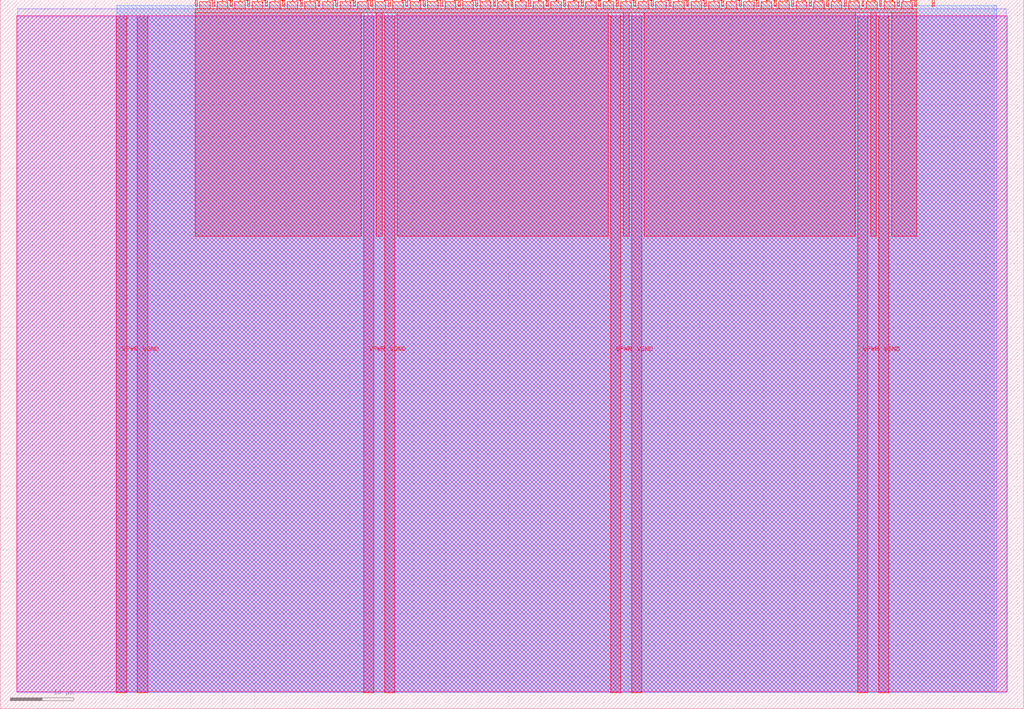
<source format=lef>
VERSION 5.7 ;
  NOWIREEXTENSIONATPIN ON ;
  DIVIDERCHAR "/" ;
  BUSBITCHARS "[]" ;
MACRO tt_um_led_matrix_driver
  CLASS BLOCK ;
  FOREIGN tt_um_led_matrix_driver ;
  ORIGIN 0.000 0.000 ;
  SIZE 161.000 BY 111.520 ;
  PIN VGND
    DIRECTION INOUT ;
    USE GROUND ;
    PORT
      LAYER met4 ;
        RECT 21.580 2.480 23.180 109.040 ;
    END
    PORT
      LAYER met4 ;
        RECT 60.450 2.480 62.050 109.040 ;
    END
    PORT
      LAYER met4 ;
        RECT 99.320 2.480 100.920 109.040 ;
    END
    PORT
      LAYER met4 ;
        RECT 138.190 2.480 139.790 109.040 ;
    END
  END VGND
  PIN VPWR
    DIRECTION INOUT ;
    USE POWER ;
    PORT
      LAYER met4 ;
        RECT 18.280 2.480 19.880 109.040 ;
    END
    PORT
      LAYER met4 ;
        RECT 57.150 2.480 58.750 109.040 ;
    END
    PORT
      LAYER met4 ;
        RECT 96.020 2.480 97.620 109.040 ;
    END
    PORT
      LAYER met4 ;
        RECT 134.890 2.480 136.490 109.040 ;
    END
  END VPWR
  PIN clk
    DIRECTION INPUT ;
    USE SIGNAL ;
    ANTENNAGATEAREA 0.852000 ;
    PORT
      LAYER met4 ;
        RECT 143.830 110.520 144.130 111.520 ;
    END
  END clk
  PIN ena
    DIRECTION INPUT ;
    USE SIGNAL ;
    PORT
      LAYER met4 ;
        RECT 146.590 110.520 146.890 111.520 ;
    END
  END ena
  PIN rst_n
    DIRECTION INPUT ;
    USE SIGNAL ;
    ANTENNAGATEAREA 0.196500 ;
    PORT
      LAYER met4 ;
        RECT 141.070 110.520 141.370 111.520 ;
    END
  END rst_n
  PIN ui_in[0]
    DIRECTION INPUT ;
    USE SIGNAL ;
    ANTENNAGATEAREA 0.196500 ;
    PORT
      LAYER met4 ;
        RECT 138.310 110.520 138.610 111.520 ;
    END
  END ui_in[0]
  PIN ui_in[1]
    DIRECTION INPUT ;
    USE SIGNAL ;
    ANTENNAGATEAREA 0.196500 ;
    PORT
      LAYER met4 ;
        RECT 135.550 110.520 135.850 111.520 ;
    END
  END ui_in[1]
  PIN ui_in[2]
    DIRECTION INPUT ;
    USE SIGNAL ;
    ANTENNAGATEAREA 0.196500 ;
    PORT
      LAYER met4 ;
        RECT 132.790 110.520 133.090 111.520 ;
    END
  END ui_in[2]
  PIN ui_in[3]
    DIRECTION INPUT ;
    USE SIGNAL ;
    PORT
      LAYER met4 ;
        RECT 130.030 110.520 130.330 111.520 ;
    END
  END ui_in[3]
  PIN ui_in[4]
    DIRECTION INPUT ;
    USE SIGNAL ;
    PORT
      LAYER met4 ;
        RECT 127.270 110.520 127.570 111.520 ;
    END
  END ui_in[4]
  PIN ui_in[5]
    DIRECTION INPUT ;
    USE SIGNAL ;
    PORT
      LAYER met4 ;
        RECT 124.510 110.520 124.810 111.520 ;
    END
  END ui_in[5]
  PIN ui_in[6]
    DIRECTION INPUT ;
    USE SIGNAL ;
    PORT
      LAYER met4 ;
        RECT 121.750 110.520 122.050 111.520 ;
    END
  END ui_in[6]
  PIN ui_in[7]
    DIRECTION INPUT ;
    USE SIGNAL ;
    PORT
      LAYER met4 ;
        RECT 118.990 110.520 119.290 111.520 ;
    END
  END ui_in[7]
  PIN uio_in[0]
    DIRECTION INPUT ;
    USE SIGNAL ;
    PORT
      LAYER met4 ;
        RECT 116.230 110.520 116.530 111.520 ;
    END
  END uio_in[0]
  PIN uio_in[1]
    DIRECTION INPUT ;
    USE SIGNAL ;
    PORT
      LAYER met4 ;
        RECT 113.470 110.520 113.770 111.520 ;
    END
  END uio_in[1]
  PIN uio_in[2]
    DIRECTION INPUT ;
    USE SIGNAL ;
    PORT
      LAYER met4 ;
        RECT 110.710 110.520 111.010 111.520 ;
    END
  END uio_in[2]
  PIN uio_in[3]
    DIRECTION INPUT ;
    USE SIGNAL ;
    PORT
      LAYER met4 ;
        RECT 107.950 110.520 108.250 111.520 ;
    END
  END uio_in[3]
  PIN uio_in[4]
    DIRECTION INPUT ;
    USE SIGNAL ;
    PORT
      LAYER met4 ;
        RECT 105.190 110.520 105.490 111.520 ;
    END
  END uio_in[4]
  PIN uio_in[5]
    DIRECTION INPUT ;
    USE SIGNAL ;
    PORT
      LAYER met4 ;
        RECT 102.430 110.520 102.730 111.520 ;
    END
  END uio_in[5]
  PIN uio_in[6]
    DIRECTION INPUT ;
    USE SIGNAL ;
    PORT
      LAYER met4 ;
        RECT 99.670 110.520 99.970 111.520 ;
    END
  END uio_in[6]
  PIN uio_in[7]
    DIRECTION INPUT ;
    USE SIGNAL ;
    PORT
      LAYER met4 ;
        RECT 96.910 110.520 97.210 111.520 ;
    END
  END uio_in[7]
  PIN uio_oe[0]
    DIRECTION OUTPUT ;
    USE SIGNAL ;
    PORT
      LAYER met4 ;
        RECT 49.990 110.520 50.290 111.520 ;
    END
  END uio_oe[0]
  PIN uio_oe[1]
    DIRECTION OUTPUT ;
    USE SIGNAL ;
    PORT
      LAYER met4 ;
        RECT 47.230 110.520 47.530 111.520 ;
    END
  END uio_oe[1]
  PIN uio_oe[2]
    DIRECTION OUTPUT ;
    USE SIGNAL ;
    PORT
      LAYER met4 ;
        RECT 44.470 110.520 44.770 111.520 ;
    END
  END uio_oe[2]
  PIN uio_oe[3]
    DIRECTION OUTPUT ;
    USE SIGNAL ;
    PORT
      LAYER met4 ;
        RECT 41.710 110.520 42.010 111.520 ;
    END
  END uio_oe[3]
  PIN uio_oe[4]
    DIRECTION OUTPUT ;
    USE SIGNAL ;
    PORT
      LAYER met4 ;
        RECT 38.950 110.520 39.250 111.520 ;
    END
  END uio_oe[4]
  PIN uio_oe[5]
    DIRECTION OUTPUT ;
    USE SIGNAL ;
    PORT
      LAYER met4 ;
        RECT 36.190 110.520 36.490 111.520 ;
    END
  END uio_oe[5]
  PIN uio_oe[6]
    DIRECTION OUTPUT ;
    USE SIGNAL ;
    PORT
      LAYER met4 ;
        RECT 33.430 110.520 33.730 111.520 ;
    END
  END uio_oe[6]
  PIN uio_oe[7]
    DIRECTION OUTPUT ;
    USE SIGNAL ;
    PORT
      LAYER met4 ;
        RECT 30.670 110.520 30.970 111.520 ;
    END
  END uio_oe[7]
  PIN uio_out[0]
    DIRECTION OUTPUT ;
    USE SIGNAL ;
    PORT
      LAYER met4 ;
        RECT 72.070 110.520 72.370 111.520 ;
    END
  END uio_out[0]
  PIN uio_out[1]
    DIRECTION OUTPUT ;
    USE SIGNAL ;
    PORT
      LAYER met4 ;
        RECT 69.310 110.520 69.610 111.520 ;
    END
  END uio_out[1]
  PIN uio_out[2]
    DIRECTION OUTPUT ;
    USE SIGNAL ;
    PORT
      LAYER met4 ;
        RECT 66.550 110.520 66.850 111.520 ;
    END
  END uio_out[2]
  PIN uio_out[3]
    DIRECTION OUTPUT ;
    USE SIGNAL ;
    PORT
      LAYER met4 ;
        RECT 63.790 110.520 64.090 111.520 ;
    END
  END uio_out[3]
  PIN uio_out[4]
    DIRECTION OUTPUT ;
    USE SIGNAL ;
    PORT
      LAYER met4 ;
        RECT 61.030 110.520 61.330 111.520 ;
    END
  END uio_out[4]
  PIN uio_out[5]
    DIRECTION OUTPUT ;
    USE SIGNAL ;
    PORT
      LAYER met4 ;
        RECT 58.270 110.520 58.570 111.520 ;
    END
  END uio_out[5]
  PIN uio_out[6]
    DIRECTION OUTPUT ;
    USE SIGNAL ;
    PORT
      LAYER met4 ;
        RECT 55.510 110.520 55.810 111.520 ;
    END
  END uio_out[6]
  PIN uio_out[7]
    DIRECTION OUTPUT ;
    USE SIGNAL ;
    PORT
      LAYER met4 ;
        RECT 52.750 110.520 53.050 111.520 ;
    END
  END uio_out[7]
  PIN uo_out[0]
    DIRECTION OUTPUT ;
    USE SIGNAL ;
    ANTENNADIFFAREA 0.445500 ;
    PORT
      LAYER met4 ;
        RECT 94.150 110.520 94.450 111.520 ;
    END
  END uo_out[0]
  PIN uo_out[1]
    DIRECTION OUTPUT ;
    USE SIGNAL ;
    ANTENNADIFFAREA 0.445500 ;
    PORT
      LAYER met4 ;
        RECT 91.390 110.520 91.690 111.520 ;
    END
  END uo_out[1]
  PIN uo_out[2]
    DIRECTION OUTPUT ;
    USE SIGNAL ;
    ANTENNADIFFAREA 0.445500 ;
    PORT
      LAYER met4 ;
        RECT 88.630 110.520 88.930 111.520 ;
    END
  END uo_out[2]
  PIN uo_out[3]
    DIRECTION OUTPUT ;
    USE SIGNAL ;
    ANTENNAGATEAREA 1.120500 ;
    ANTENNADIFFAREA 0.891000 ;
    PORT
      LAYER met4 ;
        RECT 85.870 110.520 86.170 111.520 ;
    END
  END uo_out[3]
  PIN uo_out[4]
    DIRECTION OUTPUT ;
    USE SIGNAL ;
    ANTENNAGATEAREA 1.368000 ;
    ANTENNADIFFAREA 0.891000 ;
    PORT
      LAYER met4 ;
        RECT 83.110 110.520 83.410 111.520 ;
    END
  END uo_out[4]
  PIN uo_out[5]
    DIRECTION OUTPUT ;
    USE SIGNAL ;
    PORT
      LAYER met4 ;
        RECT 80.350 110.520 80.650 111.520 ;
    END
  END uo_out[5]
  PIN uo_out[6]
    DIRECTION OUTPUT ;
    USE SIGNAL ;
    PORT
      LAYER met4 ;
        RECT 77.590 110.520 77.890 111.520 ;
    END
  END uo_out[6]
  PIN uo_out[7]
    DIRECTION OUTPUT ;
    USE SIGNAL ;
    PORT
      LAYER met4 ;
        RECT 74.830 110.520 75.130 111.520 ;
    END
  END uo_out[7]
  OBS
      LAYER nwell ;
        RECT 2.570 2.635 158.430 108.990 ;
      LAYER li1 ;
        RECT 2.760 2.635 158.240 108.885 ;
      LAYER met1 ;
        RECT 2.760 2.480 158.240 110.120 ;
      LAYER met2 ;
        RECT 18.310 2.535 156.760 110.685 ;
      LAYER met3 ;
        RECT 18.290 2.555 156.335 110.665 ;
      LAYER met4 ;
        RECT 31.370 110.120 33.030 111.170 ;
        RECT 34.130 110.120 35.790 111.170 ;
        RECT 36.890 110.120 38.550 111.170 ;
        RECT 39.650 110.120 41.310 111.170 ;
        RECT 42.410 110.120 44.070 111.170 ;
        RECT 45.170 110.120 46.830 111.170 ;
        RECT 47.930 110.120 49.590 111.170 ;
        RECT 50.690 110.120 52.350 111.170 ;
        RECT 53.450 110.120 55.110 111.170 ;
        RECT 56.210 110.120 57.870 111.170 ;
        RECT 58.970 110.120 60.630 111.170 ;
        RECT 61.730 110.120 63.390 111.170 ;
        RECT 64.490 110.120 66.150 111.170 ;
        RECT 67.250 110.120 68.910 111.170 ;
        RECT 70.010 110.120 71.670 111.170 ;
        RECT 72.770 110.120 74.430 111.170 ;
        RECT 75.530 110.120 77.190 111.170 ;
        RECT 78.290 110.120 79.950 111.170 ;
        RECT 81.050 110.120 82.710 111.170 ;
        RECT 83.810 110.120 85.470 111.170 ;
        RECT 86.570 110.120 88.230 111.170 ;
        RECT 89.330 110.120 90.990 111.170 ;
        RECT 92.090 110.120 93.750 111.170 ;
        RECT 94.850 110.120 96.510 111.170 ;
        RECT 97.610 110.120 99.270 111.170 ;
        RECT 100.370 110.120 102.030 111.170 ;
        RECT 103.130 110.120 104.790 111.170 ;
        RECT 105.890 110.120 107.550 111.170 ;
        RECT 108.650 110.120 110.310 111.170 ;
        RECT 111.410 110.120 113.070 111.170 ;
        RECT 114.170 110.120 115.830 111.170 ;
        RECT 116.930 110.120 118.590 111.170 ;
        RECT 119.690 110.120 121.350 111.170 ;
        RECT 122.450 110.120 124.110 111.170 ;
        RECT 125.210 110.120 126.870 111.170 ;
        RECT 127.970 110.120 129.630 111.170 ;
        RECT 130.730 110.120 132.390 111.170 ;
        RECT 133.490 110.120 135.150 111.170 ;
        RECT 136.250 110.120 137.910 111.170 ;
        RECT 139.010 110.120 140.670 111.170 ;
        RECT 141.770 110.120 143.430 111.170 ;
        RECT 30.655 109.440 144.145 110.120 ;
        RECT 30.655 74.295 56.750 109.440 ;
        RECT 59.150 74.295 60.050 109.440 ;
        RECT 62.450 74.295 95.620 109.440 ;
        RECT 98.020 74.295 98.920 109.440 ;
        RECT 101.320 74.295 134.490 109.440 ;
        RECT 136.890 74.295 137.790 109.440 ;
        RECT 140.190 74.295 144.145 109.440 ;
  END
END tt_um_led_matrix_driver
END LIBRARY


</source>
